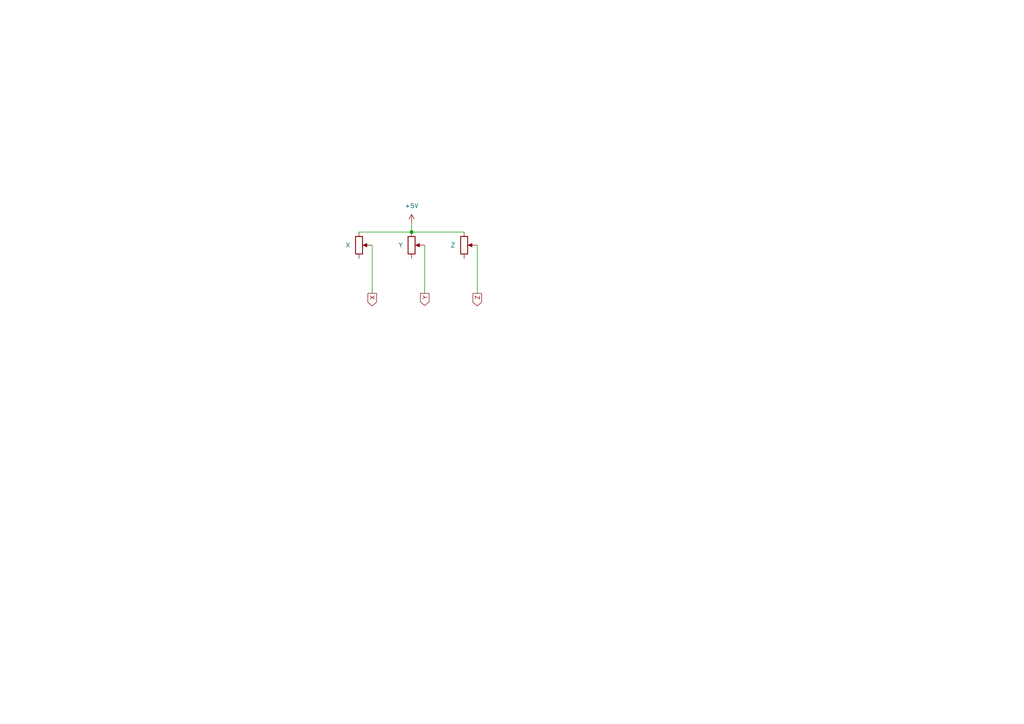
<source format=kicad_sch>
(kicad_sch (version 20211123) (generator eeschema)
  (paper "A4")
  (lib_symbols
    (symbol "Device:R_Potentiometer" (pin_numbers hide) (pin_names (offset 1.016) hide)
      (property "Reference" "RV" (at -4.445 0 90))
      (property "Value" "R_Potentiometer" (at -2.54 0 90))
      (symbol "R_Potentiometer_0_1"
        (polyline (pts (xy 2.54 0) (xy 1.524 0)))
        (polyline (pts (xy 1.143 0) (xy 2.286 0.508) (xy 2.286 -0.508) (xy 1.143 0)) (fill (type outline)))
        (rectangle (start 1.016 2.54) (end -1.016 -2.54) (stroke (width 0.254)))
      )
      (symbol "R_Potentiometer_1_1"
        (pin passive line (at 0 3.81 270) (length 1.27) (name "1") (number "1"))
        (pin passive line (at 3.81 0 180) (length 1.27) (name "2") (number "2"))
        (pin passive line (at 0 -3.81 90) (length 1.27) (name "3") (number "3"))
      )
    )
    (symbol "R_Potentiometer_1" (pin_numbers hide) (pin_names (offset 1.016) hide)
      (property "Reference" "RV" (at -4.445 0 90))
      (property "Value" "R_Potentiometer_1" (at -2.54 0 90))
      (symbol "R_Potentiometer_1_0_1"
        (polyline (pts (xy 2.54 0) (xy 1.524 0)))
        (polyline (pts (xy 1.143 0) (xy 2.286 0.508) (xy 2.286 -0.508) (xy 1.143 0)) (fill (type outline)))
        (rectangle (start 1.016 2.54) (end -1.016 -2.54) (stroke (width 0.254)))
      )
      (symbol "R_Potentiometer_1_1_1"
        (pin passive line (at 0 3.81 270) (length 1.27) (name "1") (number "1"))
        (pin passive line (at 3.81 0 180) (length 1.27) (name "2") (number "2"))
        (pin passive line (at 0 -3.81 90) (length 1.27) (name "3") (number "3"))
      )
    )
    (symbol "R_Potentiometer_2" (pin_numbers hide) (pin_names (offset 1.016) hide)
      (property "Reference" "RV" (at -4.445 0 90))
      (property "Value" "R_Potentiometer_2" (at -2.54 0 90))
      (symbol "R_Potentiometer_2_0_1"
        (polyline (pts (xy 2.54 0) (xy 1.524 0)))
        (polyline (pts (xy 1.143 0) (xy 2.286 0.508) (xy 2.286 -0.508) (xy 1.143 0)) (fill (type outline)))
        (rectangle (start 1.016 2.54) (end -1.016 -2.54) (stroke (width 0.254)))
      )
      (symbol "R_Potentiometer_2_1_1"
        (pin passive line (at 0 3.81 270) (length 1.27) (name "1") (number "1"))
        (pin passive line (at 3.81 0 180) (length 1.27) (name "2") (number "2"))
        (pin passive line (at 0 -3.81 90) (length 1.27) (name "3") (number "3"))
      )
    )
    (symbol "power:+5V" (power) (pin_names (offset 0))
      (property "Value" "+5V" (at 0 3.556 0))
      (symbol "+5V_0_1"
        (polyline (pts (xy -0.762 1.27) (xy 0 2.54)))
        (polyline (pts (xy 0 0) (xy 0 2.54)))
        (polyline (pts (xy 0 2.54) (xy 0.762 1.27)))
      )
      (symbol "+5V_1_1"
        (pin power_in line (at 0 0 90) (length 0) hide (name "+5V") (number "1"))
      )
    )
  )
  (junction (at 119.38 67.31))
  (wire (pts (xy 119.38 64.77) (xy 119.38 67.31)))
  (wire (pts (xy 107.95 71.12) (xy 107.95 85.09)))
  (wire (pts (xy 138.43 71.12) (xy 138.43 85.09)))
  (wire (pts (xy 104.14 67.31) (xy 119.38 67.31)))
  (wire (pts (xy 119.38 67.31) (xy 134.62 67.31)))
  (wire (pts (xy 123.19 71.12) (xy 123.19 85.09)))
  (global_label "Y" (shape output) (at 123.19 85.09 270) (property "Intersheet References" "${INTERSHEET_REFS}" (effects hide)))
  (global_label "X" (shape output) (at 107.95 85.09 270) (property "Intersheet References" "${INTERSHEET_REFS}" (effects hide)))
  (global_label "Z" (shape output) (at 138.43 85.09 270) (property "Intersheet References" "${INTERSHEET_REFS}" (effects hide)))
  (symbol (lib_id "Device:R_Potentiometer") (at 134.62 71.12 0) (unit 1)
    (property "Reference" "Z" (at 132.08 71.1199 0) (effects (justify right)))
    (property "Value" "R_Potentiometer" (effects hide))
  )
  (symbol (lib_id "power:+5V") (at 119.38 64.77 0) (unit 1)
    (property "Reference" "#PWR?" (effects hide))
    (property "Value" "+5V" (at 119.38 59.69 0))
  )
  (symbol (lib_name "R_Potentiometer_1") (lib_id "Device:R_Potentiometer") (at 104.14 71.12 0) (unit 1)
    (property "Reference" "X" (at 101.6 71.1199 0) (effects (justify right)))
    (property "Value" "1ook" (effects hide))
  )
  (symbol (lib_name "R_Potentiometer_2") (lib_id "Device:R_Potentiometer") (at 119.38 71.12 0) (unit 1)
    (property "Reference" "Y" (at 116.84 71.1199 0) (effects (justify right)))
    (property "Value" "100k" (effects hide))
  )
)
</source>
